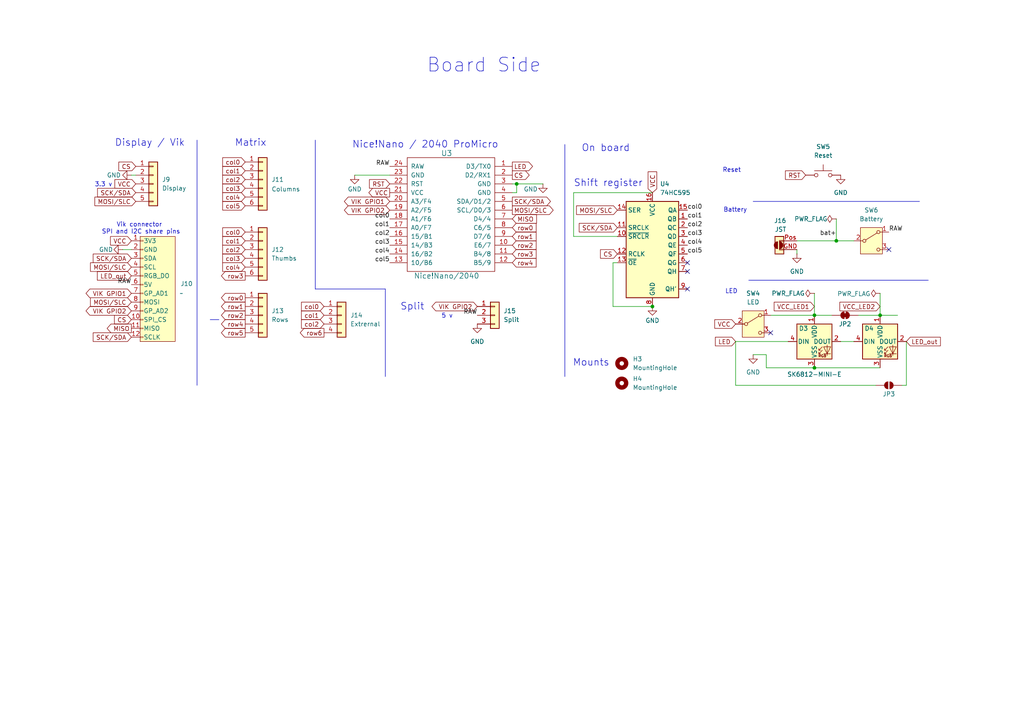
<source format=kicad_sch>
(kicad_sch (version 20231120) (generator "eeschema") (generator_version "8.0")
  (paper "A4")
  (lib_symbols
    (symbol "74xx:74HC595"
      (property "Reference" "U" (at -7.62 13.97 0))
      (property "Value" "74HC595" (at -7.62 -16.51 0))
      (symbol "74HC595_1_0"
        (pin tri_state line (at 10.16 7.62 180) (length 2.54) (name "QB") (number "1"))
        (pin input line (at -10.16 2.54 0) (length 2.54) (name "~{SRCLR}") (number "10"))
        (pin input line (at -10.16 5.08 0) (length 2.54) (name "SRCLK") (number "11"))
        (pin input line (at -10.16 -2.54 0) (length 2.54) (name "RCLK") (number "12"))
        (pin input line (at -10.16 -5.08 0) (length 2.54) (name "~{OE}") (number "13"))
        (pin input line (at -10.16 10.16 0) (length 2.54) (name "SER") (number "14"))
        (pin tri_state line (at 10.16 10.16 180) (length 2.54) (name "QA") (number "15"))
        (pin power_in line (at 0 15.24 270) (length 2.54) (name "VCC") (number "16"))
        (pin tri_state line (at 10.16 5.08 180) (length 2.54) (name "QC") (number "2"))
        (pin tri_state line (at 10.16 2.54 180) (length 2.54) (name "QD") (number "3"))
        (pin tri_state line (at 10.16 0 180) (length 2.54) (name "QE") (number "4"))
        (pin tri_state line (at 10.16 -2.54 180) (length 2.54) (name "QF") (number "5"))
        (pin tri_state line (at 10.16 -5.08 180) (length 2.54) (name "QG") (number "6"))
        (pin tri_state line (at 10.16 -7.62 180) (length 2.54) (name "QH") (number "7"))
        (pin power_in line (at 0 -17.78 90) (length 2.54) (name "GND") (number "8"))
        (pin output line (at 10.16 -12.7 180) (length 2.54) (name "QH'") (number "9"))
      )
      (symbol "74HC595_1_1"
        (rectangle (start -7.62 12.7) (end 7.62 -15.24) (stroke (width 0.254)) (fill (type background)))
      )
    )
    (symbol "Connector_Generic:Conn_01x03" (pin_names (offset 1.016) hide)
      (property "Reference" "J" (at 0 5.08 0))
      (property "Value" "Conn_01x03" (at 0 -5.08 0))
      (symbol "Conn_01x03_1_1"
        (rectangle (start -1.27 -2.413) (end 0 -2.667) (stroke (width 0.1524)))
        (rectangle (start -1.27 0.127) (end 0 -0.127) (stroke (width 0.1524)))
        (rectangle (start -1.27 2.667) (end 0 2.413) (stroke (width 0.1524)))
        (rectangle (start -1.27 3.81) (end 1.27 -3.81) (stroke (width 0.254)) (fill (type background)))
        (pin passive line (at -5.08 2.54 0) (length 3.81) (name "Pin_1") (number "1"))
        (pin passive line (at -5.08 0 0) (length 3.81) (name "Pin_2") (number "2"))
        (pin passive line (at -5.08 -2.54 0) (length 3.81) (name "Pin_3") (number "3"))
      )
    )
    (symbol "Connector_Generic:Conn_01x04" (pin_names (offset 1.016) hide)
      (property "Reference" "J" (at 0 5.08 0))
      (property "Value" "Conn_01x04" (at 0 -7.62 0))
      (symbol "Conn_01x04_1_1"
        (rectangle (start -1.27 -4.953) (end 0 -5.207) (stroke (width 0.1524)))
        (rectangle (start -1.27 -2.413) (end 0 -2.667) (stroke (width 0.1524)))
        (rectangle (start -1.27 0.127) (end 0 -0.127) (stroke (width 0.1524)))
        (rectangle (start -1.27 2.667) (end 0 2.413) (stroke (width 0.1524)))
        (rectangle (start -1.27 3.81) (end 1.27 -6.35) (stroke (width 0.254)) (fill (type background)))
        (pin passive line (at -5.08 2.54 0) (length 3.81) (name "Pin_1") (number "1"))
        (pin passive line (at -5.08 0 0) (length 3.81) (name "Pin_2") (number "2"))
        (pin passive line (at -5.08 -2.54 0) (length 3.81) (name "Pin_3") (number "3"))
        (pin passive line (at -5.08 -5.08 0) (length 3.81) (name "Pin_4") (number "4"))
      )
    )
    (symbol "Connector_Generic:Conn_01x05" (pin_names (offset 1.016) hide)
      (property "Reference" "J" (at 0 7.62 0))
      (property "Value" "Conn_01x05" (at 0 -7.62 0))
      (symbol "Conn_01x05_1_1"
        (rectangle (start -1.27 -4.953) (end 0 -5.207) (stroke (width 0.1524)))
        (rectangle (start -1.27 -2.413) (end 0 -2.667) (stroke (width 0.1524)))
        (rectangle (start -1.27 0.127) (end 0 -0.127) (stroke (width 0.1524)))
        (rectangle (start -1.27 2.667) (end 0 2.413) (stroke (width 0.1524)))
        (rectangle (start -1.27 5.207) (end 0 4.953) (stroke (width 0.1524)))
        (rectangle (start -1.27 6.35) (end 1.27 -6.35) (stroke (width 0.254)) (fill (type background)))
        (pin passive line (at -5.08 5.08 0) (length 3.81) (name "Pin_1") (number "1"))
        (pin passive line (at -5.08 2.54 0) (length 3.81) (name "Pin_2") (number "2"))
        (pin passive line (at -5.08 0 0) (length 3.81) (name "Pin_3") (number "3"))
        (pin passive line (at -5.08 -2.54 0) (length 3.81) (name "Pin_4") (number "4"))
        (pin passive line (at -5.08 -5.08 0) (length 3.81) (name "Pin_5") (number "5"))
      )
    )
    (symbol "Connector_Generic:Conn_01x06" (pin_names (offset 1.016) hide)
      (property "Reference" "J" (at 0 7.62 0))
      (property "Value" "Conn_01x06" (at 0 -10.16 0))
      (symbol "Conn_01x06_1_1"
        (rectangle (start -1.27 -7.493) (end 0 -7.747) (stroke (width 0.1524)))
        (rectangle (start -1.27 -4.953) (end 0 -5.207) (stroke (width 0.1524)))
        (rectangle (start -1.27 -2.413) (end 0 -2.667) (stroke (width 0.1524)))
        (rectangle (start -1.27 0.127) (end 0 -0.127) (stroke (width 0.1524)))
        (rectangle (start -1.27 2.667) (end 0 2.413) (stroke (width 0.1524)))
        (rectangle (start -1.27 5.207) (end 0 4.953) (stroke (width 0.1524)))
        (rectangle (start -1.27 6.35) (end 1.27 -8.89) (stroke (width 0.254)) (fill (type background)))
        (pin passive line (at -5.08 5.08 0) (length 3.81) (name "Pin_1") (number "1"))
        (pin passive line (at -5.08 2.54 0) (length 3.81) (name "Pin_2") (number "2"))
        (pin passive line (at -5.08 0 0) (length 3.81) (name "Pin_3") (number "3"))
        (pin passive line (at -5.08 -2.54 0) (length 3.81) (name "Pin_4") (number "4"))
        (pin passive line (at -5.08 -5.08 0) (length 3.81) (name "Pin_5") (number "5"))
        (pin passive line (at -5.08 -7.62 0) (length 3.81) (name "Pin_6") (number "6"))
      )
    )
    (symbol "Dactyl:Conn_01x02_Jump_Two_Side" (pin_names (offset 1.016) hide)
      (property "Reference" "J" (at 0 2.54 0))
      (property "Value" "Conn_01x02_Jump_Two_Side" (at 0 -5.08 0))
      (symbol "Conn_01x02_Jump_Two_Side_0_1"
        (arc (start 0 -0.254) (mid -1.0116 -1.27) (end 0 -2.286))
        (arc (start 0 -0.254) (mid -1.0116 -1.27) (end 0 -2.286) (fill (type outline)))
        (polyline (pts (xy 0 -0.254) (xy 0 -2.286)))
        (polyline (pts (xy 0.508 -0.254) (xy 0.508 -2.286)))
        (arc (start 0.508 -2.286) (mid 1.5195 -1.27) (end 0.508 -0.254))
        (arc (start 0.508 -2.286) (mid 1.5195 -1.27) (end 0.508 -0.254) (fill (type outline)))
      )
      (symbol "Conn_01x02_Jump_Two_Side_1_1"
        (rectangle (start -1.27 -2.413) (end 0 -2.667) (stroke (width 0.1524)))
        (rectangle (start -1.27 0.127) (end 0 -0.127) (stroke (width 0.1524)))
        (rectangle (start -1.27 1.27) (end 1.27 -3.81) (stroke (width 0.254)) (fill (type background)))
        (pin power_in line (at -5.08 -2.54 0) (length 3.81) (name "~") (number "GND"))
        (pin power_in line (at -5.08 0 0) (length 3.81) (name "~") (number "Pos"))
      )
    )
    (symbol "Dactyl:ProMicro_r" (pin_names (offset 1.016))
      (property "Reference" "U" (at 1.27 22.86 0))
      (property "Value" "ProMicro_r" (at 1.27 -15.24 0))
      (symbol "ProMicro_r_0_1"
        (rectangle (start 13.97 20.32) (end -11.43 -12.7))
      )
      (symbol "ProMicro_r_1_1"
        (pin bidirectional line (at 19.05 17.78 180) (length 5.08) (name "D3/TX0") (number "1"))
        (pin bidirectional line (at 19.05 -5.08 180) (length 5.08) (name "E6/7") (number "10"))
        (pin bidirectional line (at 19.05 -7.62 180) (length 5.08) (name "B4/8") (number "11"))
        (pin bidirectional line (at 19.05 -10.16 180) (length 5.08) (name "B5/9") (number "12"))
        (pin bidirectional line (at -16.51 -10.16 0) (length 5.08) (name "10/B6") (number "13"))
        (pin bidirectional line (at -16.51 -7.62 0) (length 5.08) (name "16/B2") (number "14"))
        (pin bidirectional line (at -16.51 -5.08 0) (length 5.08) (name "14/B3") (number "15"))
        (pin bidirectional line (at -16.51 -2.54 0) (length 5.08) (name "15/B1") (number "16"))
        (pin bidirectional line (at -16.51 0 0) (length 5.08) (name "A0/F7") (number "17"))
        (pin bidirectional line (at -16.51 2.54 0) (length 5.08) (name "A1/F6") (number "18"))
        (pin bidirectional line (at -16.51 5.08 0) (length 5.08) (name "A2/F5") (number "19"))
        (pin bidirectional line (at 19.05 15.24 180) (length 5.08) (name "D2/RX1") (number "2"))
        (pin bidirectional line (at -16.51 7.62 0) (length 5.08) (name "A3/F4") (number "20"))
        (pin power_in line (at -16.51 10.16 0) (length 5.08) (name "VCC") (number "21"))
        (pin input line (at -16.51 12.7 0) (length 5.08) (name "RST") (number "22"))
        (pin power_in line (at -16.51 15.24 0) (length 5.08) (name "GND") (number "23"))
        (pin power_out line (at -16.51 17.78 0) (length 5.08) (name "RAW") (number "24"))
        (pin power_in line (at 19.05 12.7 180) (length 5.08) (name "GND") (number "3"))
        (pin power_in line (at 19.05 10.16 180) (length 5.08) (name "GND") (number "4"))
        (pin bidirectional line (at 19.05 7.62 180) (length 5.08) (name "SDA/D1/2") (number "5"))
        (pin bidirectional line (at 19.05 5.08 180) (length 5.08) (name "SCL/D0/3") (number "6"))
        (pin bidirectional line (at 19.05 2.54 180) (length 5.08) (name "D4/4") (number "7"))
        (pin bidirectional line (at 19.05 0 180) (length 5.08) (name "C6/5") (number "8"))
        (pin bidirectional line (at 19.05 -2.54 180) (length 5.08) (name "D7/6") (number "9"))
      )
    )
    (symbol "Dactyl:SK6812-MINI-E" (pin_names (offset 0.254))
      (property "Reference" "D" (at 5.08 5.715 0))
      (property "Value" "SK6812-MINI-E" (at 1.27 -5.715 0))
      (symbol "SK6812-MINI-E_0_0"
        (text "RGB" (at 2.286 -4.191 0) (effects (font (size 0.762 0.762))))
      )
      (symbol "SK6812-MINI-E_0_1"
        (polyline (pts (xy 1.27 -3.556) (xy 1.778 -3.556)))
        (polyline (pts (xy 1.27 -2.54) (xy 1.778 -2.54)))
        (polyline (pts (xy 4.699 -3.556) (xy 2.667 -3.556)))
        (polyline (pts (xy 2.286 -2.54) (xy 1.27 -3.556) (xy 1.27 -3.048)))
        (polyline (pts (xy 2.286 -1.524) (xy 1.27 -2.54) (xy 1.27 -2.032)))
        (polyline (pts (xy 3.683 -1.016) (xy 3.683 -3.556) (xy 3.683 -4.064)))
        (polyline (pts (xy 4.699 -1.524) (xy 2.667 -1.524) (xy 3.683 -3.556) (xy 4.699 -1.524)))
        (rectangle (start 5.08 5.08) (end -5.08 -5.08) (stroke (width 0.254)) (fill (type background)))
      )
      (symbol "SK6812-MINI-E_1_1"
        (pin power_in line (at 0 7.62 270) (length 2.54) (name "VDD") (number "1"))
        (pin output line (at 7.62 0 180) (length 2.54) (name "DOUT") (number "2"))
        (pin power_in line (at 0 -7.62 90) (length 2.54) (name "VSS") (number "3"))
        (pin input line (at -7.62 0 0) (length 2.54) (name "DIN") (number "4"))
      )
    )
    (symbol "Dactyl:vik-keyboard-connector" (pin_names (offset 1))
      (property "Reference" "J" (at 0 15.875 0))
      (symbol "vik-keyboard-connector_1_1"
        (rectangle (start -5.08 13.97) (end 5.08 -16.51) (fill (type background)))
        (rectangle (start -5.0546 -15.113) (end -4.191 -15.367) (stroke (width 0.1)))
        (rectangle (start -5.0546 -12.573) (end -4.191 -12.827) (stroke (width 0.1)))
        (rectangle (start -5.0546 -10.033) (end -4.191 -10.287) (stroke (width 0.1)))
        (rectangle (start -5.0546 -7.493) (end -4.191 -7.747) (stroke (width 0.1)))
        (rectangle (start -5.0546 -4.953) (end -4.191 -5.207) (stroke (width 0.1)))
        (rectangle (start -5.0546 -2.413) (end -4.191 -2.667) (stroke (width 0.1)))
        (rectangle (start -5.0546 0.127) (end -4.191 -0.127) (stroke (width 0.1)))
        (rectangle (start -5.0546 2.667) (end -4.191 2.413) (stroke (width 0.1)))
        (rectangle (start -5.0546 5.207) (end -4.191 4.953) (stroke (width 0.1)))
        (rectangle (start -5.0546 7.747) (end -4.191 7.493) (stroke (width 0.1)))
        (rectangle (start -5.0546 10.287) (end -4.191 10.033) (stroke (width 0.1)))
        (rectangle (start -5.0546 12.827) (end -4.191 12.573) (stroke (width 0.1)))
        (pin power_in line (at -7.62 12.7 0) (length 2.54) (name "3V3") (number "1"))
        (pin input line (at -7.62 -10.16 0) (length 2.54) (name "SPI_CS") (number "10"))
        (pin tri_state line (at -7.62 -12.7 0) (length 2.54) (name "MISO") (number "11"))
        (pin input line (at -7.62 -15.24 0) (length 2.54) (name "SCLK") (number "12"))
        (pin power_in line (at -7.62 10.16 0) (length 2.54) (name "GND") (number "2"))
        (pin bidirectional line (at -7.62 7.62 0) (length 2.54) (name "SDA") (number "3"))
        (pin bidirectional line (at -7.62 5.08 0) (length 2.54) (name "SCL") (number "4"))
        (pin input line (at -7.62 2.54 0) (length 2.54) (name "RGB_DO") (number "5"))
        (pin power_in line (at -7.62 0 0) (length 2.54) (name "5V") (number "6"))
        (pin bidirectional line (at -7.62 -2.54 0) (length 2.54) (name "GP_AD1") (number "7"))
        (pin input line (at -7.62 -5.08 0) (length 2.54) (name "MOSI") (number "8"))
        (pin bidirectional line (at -7.62 -7.62 0) (length 2.54) (name "GP_AD2") (number "9"))
      )
    )
    (symbol "Jumper:SolderJumper_2_Open" (pin_numbers hide) (pin_names (offset 0) hide) (exclude_from_sim yes) (in_bom no)
      (property "Reference" "JP" (at 0 2.032 0))
      (property "Value" "SolderJumper_2_Open" (at 0 -2.54 0))
      (symbol "SolderJumper_2_Open_0_1"
        (arc (start -0.254 1.016) (mid -1.2656 0) (end -0.254 -1.016))
        (arc (start -0.254 1.016) (mid -1.2656 0) (end -0.254 -1.016) (fill (type outline)))
        (polyline (pts (xy -0.254 1.016) (xy -0.254 -1.016)))
        (polyline (pts (xy 0.254 1.016) (xy 0.254 -1.016)))
        (arc (start 0.254 -1.016) (mid 1.2656 0) (end 0.254 1.016))
        (arc (start 0.254 -1.016) (mid 1.2656 0) (end 0.254 1.016) (fill (type outline)))
      )
      (symbol "SolderJumper_2_Open_1_1"
        (pin passive line (at -3.81 0 0) (length 2.54) (name "A") (number "1"))
        (pin passive line (at 3.81 0 180) (length 2.54) (name "B") (number "2"))
      )
    )
    (symbol "Mechanical:MountingHole" (pin_names (offset 1.016))
      (property "Reference" "H" (at 0 5.08 0))
      (property "Value" "MountingHole" (at 0 3.175 0))
      (symbol "MountingHole_0_1"
        (circle (center 0 0) (radius 1.27) (stroke (width 1.27)))
      )
    )
    (symbol "SolderJumper_2_Bridged_1" (pin_numbers hide) (pin_names (offset 0) hide)
      (property "Reference" "JP" (at 0 2.032 0))
      (property "Value" "SolderJumper_2_Bridged" (at 0 -2.54 0))
      (symbol "SolderJumper_2_Bridged_1_0_1"
        (rectangle (start -0.508 0.508) (end 0.508 -0.508) (fill (type outline)))
        (arc (start -0.254 1.016) (mid -1.2656 0) (end -0.254 -1.016))
        (arc (start -0.254 1.016) (mid -1.2656 0) (end -0.254 -1.016) (fill (type outline)))
        (polyline (pts (xy -0.254 1.016) (xy -0.254 -1.016)))
        (polyline (pts (xy 0.254 1.016) (xy 0.254 -1.016)))
        (arc (start 0.254 -1.016) (mid 1.2656 0) (end 0.254 1.016))
        (arc (start 0.254 -1.016) (mid 1.2656 0) (end 0.254 1.016) (fill (type outline)))
      )
      (symbol "SolderJumper_2_Bridged_1_1_1"
        (pin passive line (at -3.81 0 0) (length 2.54) (name "A") (number "1"))
        (pin passive line (at 3.81 0 180) (length 2.54) (name "B") (number "2"))
      )
    )
    (symbol "Switch:SW_Push" (pin_numbers hide) (pin_names (offset 1.016) hide)
      (property "Reference" "SW" (at 1.27 2.54 0))
      (property "Value" "SW_Push" (at 0 -1.524 0))
      (symbol "SW_Push_0_1"
        (circle (center -2.032 0) (radius 0.508))
        (polyline (pts (xy 0 1.27) (xy 0 3.048)))
        (polyline (pts (xy 2.54 1.27) (xy -2.54 1.27)))
        (circle (center 2.032 0) (radius 0.508))
        (pin passive line (at -5.08 0 0) (length 2.54) (name "1") (number "1"))
        (pin passive line (at 5.08 0 180) (length 2.54) (name "2") (number "2"))
      )
    )
    (symbol "Switch:SW_SPDT" (pin_names (offset 0) hide)
      (property "Reference" "SW" (at 0 5.08 0))
      (property "Value" "SW_SPDT" (at 0 -5.08 0))
      (symbol "SW_SPDT_0_1"
        (circle (center -2.032 0) (radius 0.4572))
        (polyline (pts (xy -1.651 0.254) (xy 1.651 2.286)))
        (circle (center 2.032 -2.54) (radius 0.4572))
        (circle (center 2.032 2.54) (radius 0.4572))
      )
      (symbol "SW_SPDT_1_1"
        (rectangle (start -3.175 3.81) (end 3.175 -3.81) (fill (type background)))
        (pin passive line (at 5.08 2.54 180) (length 2.54) (name "A") (number "1"))
        (pin passive line (at -5.08 0 0) (length 2.54) (name "B") (number "2"))
        (pin passive line (at 5.08 -2.54 180) (length 2.54) (name "C") (number "3"))
      )
    )
    (symbol "power:GND" (power) (pin_numbers hide) (pin_names (offset 0) hide)
      (property "Value" "GND" (at 0 -3.81 0))
      (symbol "GND_0_1"
        (polyline (pts (xy 0 0) (xy 0 -1.27) (xy 1.27 -1.27) (xy 0 -2.54) (xy -1.27 -1.27) (xy 0 -1.27)))
      )
      (symbol "GND_1_1"
        (pin power_in line (at 0 0 270) (length 0) (name "~") (number "1"))
      )
    )
    (symbol "power:PWR_FLAG" (power) (pin_numbers hide) (pin_names (offset 0) hide)
      (property "Value" "PWR_FLAG" (at 0 3.81 0))
      (symbol "PWR_FLAG_0_0"
        (pin power_out line (at 0 0 90) (length 0) (name "~") (number "1"))
      )
      (symbol "PWR_FLAG_0_1"
        (polyline (pts (xy 0 0) (xy 0 1.27) (xy -1.016 1.905) (xy 0 2.54) (xy 1.016 1.905) (xy 0 1.27)))
      )
    )
  )
  (junction (at 189.23 88.9))
  (junction (at 236.22 106.68))
  (junction (at 255.27 91.44))
  (junction (at 149.86 53.34))
  (junction (at 236.22 91.44))
  (junction (at 242.57 69.85))
  (no_connect (at 257.81 72.39))
  (no_connect (at 199.39 83.82))
  (no_connect (at 199.39 76.2))
  (no_connect (at 199.39 78.74))
  (no_connect (at 223.52 96.52))
  (wire (pts (xy 236.22 106.68) (xy 255.27 106.68)))
  (polyline (pts (xy 63.5 92.71) (xy 60.96 92.71)))
  (wire (pts (xy 189.23 55.88) (xy 166.37 55.88)))
  (wire (pts (xy 213.36 111.76) (xy 213.36 99.06)))
  (wire (pts (xy 38.1 50.8) (xy 39.37 50.8)))
  (wire (pts (xy 255.27 91.44) (xy 260.35 91.44)))
  (wire (pts (xy 231.14 69.85) (xy 242.57 69.85)))
  (wire (pts (xy 236.22 91.44) (xy 241.3 91.44)))
  (polyline (pts (xy 91.44 83.82) (xy 111.76 83.82)))
  (wire (pts (xy 262.89 111.76) (xy 261.62 111.76)))
  (wire (pts (xy 222.25 106.68) (xy 236.22 106.68)))
  (wire (pts (xy 222.25 102.87) (xy 222.25 106.68)))
  (wire (pts (xy 254 111.76) (xy 213.36 111.76)))
  (wire (pts (xy 149.86 53.34) (xy 149.86 55.88)))
  (wire (pts (xy 242.57 63.5) (xy 242.57 69.85)))
  (wire (pts (xy 242.57 69.85) (xy 247.65 69.85)))
  (polyline (pts (xy 218.44 58.42) (xy 266.7 58.42)))
  (wire (pts (xy 102.87 50.8) (xy 113.03 50.8)))
  (wire (pts (xy 218.44 102.87) (xy 222.25 102.87)))
  (wire (pts (xy 236.22 85.09) (xy 236.22 91.44)))
  (wire (pts (xy 255.27 85.09) (xy 255.27 91.44)))
  (polyline (pts (xy 57.15 40.64) (xy 57.15 111.76)))
  (wire (pts (xy 223.52 91.44) (xy 236.22 91.44)))
  (wire (pts (xy 248.92 91.44) (xy 255.27 91.44)))
  (wire (pts (xy 213.36 99.06) (xy 228.6 99.06)))
  (wire (pts (xy 148.59 53.34) (xy 149.86 53.34)))
  (wire (pts (xy 231.14 72.39) (xy 231.14 73.66)))
  (wire (pts (xy 177.8 76.2) (xy 177.8 88.9)))
  (polyline (pts (xy 217.17 81.28) (xy 269.24 81.28)))
  (wire (pts (xy 166.37 68.58) (xy 179.07 68.58)))
  (wire (pts (xy 262.89 99.06) (xy 262.89 111.76)))
  (wire (pts (xy 166.37 55.88) (xy 166.37 68.58)))
  (wire (pts (xy 177.8 76.2) (xy 179.07 76.2)))
  (polyline (pts (xy 91.44 40.64) (xy 91.44 83.82)))
  (wire (pts (xy 149.86 53.34) (xy 157.48 53.34)))
  (wire (pts (xy 35.56 72.39) (xy 38.1 72.39)))
  (polyline (pts (xy 111.76 83.82) (xy 111.76 109.22)))
  (wire (pts (xy 148.59 55.88) (xy 149.86 55.88)))
  (wire (pts (xy 177.8 88.9) (xy 189.23 88.9)))
  (polyline (pts (xy 163.83 41.91) (xy 163.83 109.22)))
  (wire (pts (xy 243.84 99.06) (xy 247.65 99.06)))
  (text "3.3 v \n" (at 27.432 54.356 0) (effects (font (size 1.27 1.27)) (justify left bottom)))
  (text "Vik connector \nSPI and I2C share pins" (at 40.894 66.294 0) (effects (font (size 1.27 1.27))))
  (text "On board" (at 168.656 44.196 0) (effects (font (size 2 2)) (justify left bottom)))
  (text "Board Side" (at 123.698 21.336 0) (effects (font (size 4 4)) (justify left bottom)))
  (text "Reset" (at 209.55 50.165 0) (effects (font (size 1.27 1.27)) (justify left bottom)))
  (text "Split" (at 116.078 90.17 0) (effects (font (size 2 2)) (justify left bottom)))
  (text "Shift register" (at 166.37 54.356 0) (effects (font (size 2 2)) (justify left bottom)))
  (text "Display / Vik" (at 33.274 42.672 0) (effects (font (size 2 2)) (justify left bottom)))
  (text "Battery" (at 209.804 61.722 0) (effects (font (size 1.27 1.27)) (justify left bottom)))
  (text "Matrix" (at 68.072 42.672 0) (effects (font (size 2 2)) (justify left bottom)))
  (text "Mounts" (at 166.116 106.426 0) (effects (font (size 2 2)) (justify left bottom)))
  (text "Nice!Nano / 2040 ProMicro" (at 102.108 43.18 0) (effects (font (size 2 2)) (justify left bottom)))
  (text "LED" (at 210.312 85.344 0) (effects (font (size 1.27 1.27)) (justify left bottom)))
  (text "5 v \n" (at 128.016 92.456 0) (effects (font (size 1.27 1.27)) (justify left bottom)))
  (label "col3" (at 113.03 71.12 180))
  (label "col1" (at 199.39 63.5 0))
  (label "RAW" (at 113.03 48.26 180))
  (label "col0" (at 113.03 63.5 180))
  (label "col5" (at 199.39 73.66 0))
  (label "col2" (at 199.39 66.04 0))
  (label "bat+" (at 242.57 68.58 180))
  (label "col2" (at 113.03 68.58 180))
  (label "RAW" (at 38.1 82.55 180))
  (label "col1" (at 113.03 66.04 180))
  (label "col4" (at 199.39 71.12 0))
  (label "RAW" (at 138.43 91.44 180))
  (label "RAW" (at 257.81 67.31 0))
  (label "col4" (at 113.03 73.66 180))
  (label "col3" (at 199.39 68.58 0))
  (label "col0" (at 199.39 60.96 0))
  (label "col5" (at 113.03 76.2 180))
  (global_label "row2" (shape input) (at 148.59 71.12 0) (property "Intersheetrefs" "${INTERSHEET_REFS}" (effects (hide yes))))
  (global_label "VCC" (shape input) (at 213.36 93.98 180) (property "Intersheetrefs" "${INTERSHEET_REFS}" (effects (hide yes))))
  (global_label "row4" (shape input) (at 148.59 76.2 0) (property "Intersheetrefs" "${INTERSHEET_REFS}" (effects (hide yes))))
  (global_label "VIK GPIO2" (shape bidirectional) (at 113.03 60.96 180) (property "Intersheetrefs" "${INTERSHEET_REFS}" (effects (hide yes))))
  (global_label "row0" (shape output) (at 71.12 86.36 180) (property "Intersheetrefs" "${INTERSHEET_REFS}" (effects (hide yes))))
  (global_label "col3" (shape input) (at 71.12 54.61 180) (property "Intersheetrefs" "${INTERSHEET_REFS}" (effects (hide yes))))
  (global_label "col1" (shape input) (at 71.12 49.53 180) (property "Intersheetrefs" "${INTERSHEET_REFS}" (effects (hide yes))))
  (global_label "VCC_LED2" (shape input) (at 255.27 88.9 180) (property "Intersheetrefs" "${INTERSHEET_REFS}" (effects (hide yes))))
  (global_label "MISO" (shape output) (at 38.1 95.25 180) (property "Intersheetrefs" "${INTERSHEET_REFS}" (effects (hide yes))))
  (global_label "SCK{slash}SDA" (shape input) (at 38.1 74.93 180) (property "Intersheetrefs" "${INTERSHEET_REFS}" (effects (hide yes))))
  (global_label "SCK{slash}SDA" (shape input) (at 39.37 55.88 180) (property "Intersheetrefs" "${INTERSHEET_REFS}" (effects (hide yes))))
  (global_label "row5" (shape output) (at 71.12 96.52 180) (property "Intersheetrefs" "${INTERSHEET_REFS}" (effects (hide yes))))
  (global_label "CS" (shape input) (at 179.07 73.66 180) (property "Intersheetrefs" "${INTERSHEET_REFS}" (effects (hide yes))))
  (global_label "row2" (shape output) (at 71.12 91.44 180) (property "Intersheetrefs" "${INTERSHEET_REFS}" (effects (hide yes))))
  (global_label "SCK{slash}SDA" (shape input) (at 179.07 66.04 180) (property "Intersheetrefs" "${INTERSHEET_REFS}" (effects (hide yes))))
  (global_label "col0" (shape input) (at 71.12 46.99 180) (property "Intersheetrefs" "${INTERSHEET_REFS}" (effects (hide yes))))
  (global_label "LED" (shape output) (at 148.59 48.26 0) (property "Intersheetrefs" "${INTERSHEET_REFS}" (effects (hide yes))))
  (global_label "col2" (shape input) (at 93.98 93.98 180) (property "Intersheetrefs" "${INTERSHEET_REFS}" (effects (hide yes))))
  (global_label "col3" (shape input) (at 71.12 74.93 180) (property "Intersheetrefs" "${INTERSHEET_REFS}" (effects (hide yes))))
  (global_label "MISO" (shape input) (at 148.59 63.5 0) (property "Intersheetrefs" "${INTERSHEET_REFS}" (effects (hide yes))))
  (global_label "CS" (shape output) (at 148.59 50.8 0) (property "Intersheetrefs" "${INTERSHEET_REFS}" (effects (hide yes))))
  (global_label "VCC" (shape input) (at 38.1 69.85 180) (property "Intersheetrefs" "${INTERSHEET_REFS}" (effects (hide yes))))
  (global_label "LED_out" (shape input) (at 38.1 80.01 180) (property "Intersheetrefs" "${INTERSHEET_REFS}" (effects (hide yes))))
  (global_label "col4" (shape input) (at 71.12 77.47 180) (property "Intersheetrefs" "${INTERSHEET_REFS}" (effects (hide yes))))
  (global_label "VIK GPIO2" (shape bidirectional) (at 38.1 90.17 180) (property "Intersheetrefs" "${INTERSHEET_REFS}" (effects (hide yes))))
  (global_label "row4" (shape output) (at 71.12 93.98 180) (property "Intersheetrefs" "${INTERSHEET_REFS}" (effects (hide yes))))
  (global_label "row3" (shape input) (at 148.59 73.66 0) (property "Intersheetrefs" "${INTERSHEET_REFS}" (effects (hide yes))))
  (global_label "VIK GPIO1" (shape bidirectional) (at 38.1 85.09 180) (property "Intersheetrefs" "${INTERSHEET_REFS}" (effects (hide yes))))
  (global_label "col0" (shape input) (at 93.98 88.9 180) (property "Intersheetrefs" "${INTERSHEET_REFS}" (effects (hide yes))))
  (global_label "col0" (shape input) (at 71.12 67.31 180) (property "Intersheetrefs" "${INTERSHEET_REFS}" (effects (hide yes))))
  (global_label "LED_out" (shape input) (at 262.89 99.06 0) (property "Intersheetrefs" "${INTERSHEET_REFS}" (effects (hide yes))))
  (global_label "VCC" (shape input) (at 189.23 55.88 90) (property "Intersheetrefs" "${INTERSHEET_REFS}" (effects (hide yes))))
  (global_label "VCC" (shape output) (at 113.03 55.88 180) (property "Intersheetrefs" "${INTERSHEET_REFS}" (effects (hide yes))))
  (global_label "RST" (shape input) (at 233.68 50.8 180) (property "Intersheetrefs" "${INTERSHEET_REFS}" (effects (hide yes))))
  (global_label "CS" (shape input) (at 39.37 48.26 180) (property "Intersheetrefs" "${INTERSHEET_REFS}" (effects (hide yes))))
  (global_label "col1" (shape input) (at 71.12 69.85 180) (property "Intersheetrefs" "${INTERSHEET_REFS}" (effects (hide yes))))
  (global_label "MOSI{slash}SLC" (shape output) (at 148.59 60.96 0) (property "Intersheetrefs" "${INTERSHEET_REFS}" (effects (hide yes))))
  (global_label "MOSI{slash}SLC" (shape input) (at 179.07 60.96 180) (property "Intersheetrefs" "${INTERSHEET_REFS}" (effects (hide yes))))
  (global_label "SCK{slash}SDA" (shape input) (at 38.1 97.79 180) (property "Intersheetrefs" "${INTERSHEET_REFS}" (effects (hide yes))))
  (global_label "col4" (shape input) (at 71.12 57.15 180) (property "Intersheetrefs" "${INTERSHEET_REFS}" (effects (hide yes))))
  (global_label "RST" (shape input) (at 113.03 53.34 180) (property "Intersheetrefs" "${INTERSHEET_REFS}" (effects (hide yes))))
  (global_label "LED" (shape input) (at 213.36 99.06 180) (property "Intersheetrefs" "${INTERSHEET_REFS}" (effects (hide yes))))
  (global_label "SCK{slash}SDA" (shape output) (at 148.59 58.42 0) (property "Intersheetrefs" "${INTERSHEET_REFS}" (effects (hide yes))))
  (global_label "MOSI{slash}SLC" (shape input) (at 39.37 58.42 180) (property "Intersheetrefs" "${INTERSHEET_REFS}" (effects (hide yes))))
  (global_label "CS" (shape input) (at 38.1 92.71 180) (property "Intersheetrefs" "${INTERSHEET_REFS}" (effects (hide yes))))
  (global_label "MOSI{slash}SLC" (shape input) (at 38.1 77.47 180) (property "Intersheetrefs" "${INTERSHEET_REFS}" (effects (hide yes))))
  (global_label "col2" (shape input) (at 71.12 72.39 180) (property "Intersheetrefs" "${INTERSHEET_REFS}" (effects (hide yes))))
  (global_label "col5" (shape input) (at 71.12 59.69 180) (property "Intersheetrefs" "${INTERSHEET_REFS}" (effects (hide yes))))
  (global_label "VIK GPIO1" (shape bidirectional) (at 113.03 58.42 180) (property "Intersheetrefs" "${INTERSHEET_REFS}" (effects (hide yes))))
  (global_label "row0" (shape input) (at 148.59 66.04 0) (property "Intersheetrefs" "${INTERSHEET_REFS}" (effects (hide yes))))
  (global_label "row6" (shape output) (at 93.98 96.52 180) (property "Intersheetrefs" "${INTERSHEET_REFS}" (effects (hide yes))))
  (global_label "VIK GPIO2" (shape bidirectional) (at 138.43 88.9 180) (property "Intersheetrefs" "${INTERSHEET_REFS}" (effects (hide yes))))
  (global_label "MOSI{slash}SLC" (shape input) (at 38.1 87.63 180) (property "Intersheetrefs" "${INTERSHEET_REFS}" (effects (hide yes))))
  (global_label "col2" (shape input) (at 71.12 52.07 180) (property "Intersheetrefs" "${INTERSHEET_REFS}" (effects (hide yes))))
  (global_label "row3" (shape output) (at 71.12 80.01 180) (property "Intersheetrefs" "${INTERSHEET_REFS}" (effects (hide yes))))
  (global_label "col1" (shape input) (at 93.98 91.44 180) (property "Intersheetrefs" "${INTERSHEET_REFS}" (effects (hide yes))))
  (global_label "VCC" (shape input) (at 39.37 53.34 180) (property "Intersheetrefs" "${INTERSHEET_REFS}" (effects (hide yes))))
  (global_label "row1" (shape output) (at 71.12 88.9 180) (property "Intersheetrefs" "${INTERSHEET_REFS}" (effects (hide yes))))
  (global_label "VCC_LED1" (shape input) (at 236.22 88.9 180) (property "Intersheetrefs" "${INTERSHEET_REFS}" (effects (hide yes))))
  (global_label "row1" (shape input) (at 148.59 68.58 0) (property "Intersheetrefs" "${INTERSHEET_REFS}" (effects (hide yes))))
  (symbol (lib_id "Dactyl:ProMicro_r") (at 129.54 66.04 0) (unit 1)
    (property "Reference" "U3" (at 129.54 44.45 0) (effects (font (size 1.524 1.524))))
    (property "Value" "Nice!Nano/2040" (at 129.54 80.01 0) (effects (font (size 1.524 1.524))))
    (property "Footprint" "Dactyl:ProMicro_unrouted" (effects (hide yes)))
  )
  (symbol (lib_id "Dactyl:SK6812-MINI-E") (at 255.27 99.06 0) (unit 1)
    (property "Reference" "D4" (at 252.095 95.25 0))
    (property "Value" "SK6812-MINI-E" (effects (hide yes)))
    (property "Footprint" "Dactyl:SK6812-MINI-E-Dog2" (effects (hide yes)))
    (property "Datasheet" "https://cdn-shop.adafruit.com/datasheets/WS2812B.pdf" (effects (hide yes)))
    (property "Description" "RGB LED with integrated controller" (effects (hide yes)))
  )
  (symbol (lib_id "power:GND") (at 189.23 88.9 0) (unit 1)
    (property "Reference" "#PWR016" (effects (hide yes)))
    (property "Value" "GND" (at 189.23 92.964 0))
    (property "Description" "Power symbol creates a global label with name \"GND\" , ground" (effects (hide yes)))
  )
  (symbol (lib_id "Switch:SW_SPDT") (at 252.73 69.85 0) (unit 1)
    (property "Reference" "SW6" (at 252.73 60.96 0))
    (property "Value" "Battery" (at 252.73 63.5 0))
    (property "Footprint" "Dactyl:SW_SPDT_JS202011AQN_wider" (effects (hide yes)))
  )
  (symbol (lib_id "power:GND") (at 38.1 50.8 270) (unit 1)
    (property "Reference" "#PWR012" (effects (hide yes)))
    (property "Value" "GND" (at 33.02 50.8 90))
    (property "Description" "Power symbol creates a global label with name \"GND\" , ground" (effects (hide yes)))
  )
  (symbol (lib_id "74xx:74HC595") (at 189.23 71.12 0) (unit 1)
    (property "Reference" "U4" (at 191.4241 53.34 0) (effects (justify left)))
    (property "Value" "74HC595" (at 191.4241 55.88 0) (effects (justify left)))
    (property "Datasheet" "http://www.ti.com/lit/ds/symlink/sn74hc595.pdf" (effects (hide yes)))
    (property "Description" "8-bit serial in/out Shift Register 3-State Outputs" (effects (hide yes)))
  )
  (symbol (lib_id "power:PWR_FLAG") (at 255.27 85.09 90) (unit 1)
    (property "Reference" "#FLG08" (effects (hide yes)))
    (property "Value" "PWR_FLAG" (at 247.65 85.217 90))
    (property "Description" "Special symbol for telling ERC where power comes from" (effects (hide yes)))
  )
  (symbol (lib_id "Connector_Generic:Conn_01x06") (at 76.2 52.07 0) (unit 1)
    (property "Reference" "J11" (at 78.74 52.07 0) (effects (justify left)))
    (property "Value" "Columns" (at 78.74 54.864 0) (effects (justify left)))
    (property "Footprint" "Connector_PinHeader_2.54mm:PinHeader_1x06_P2.54mm_Vertical" (effects (hide yes)))
  )
  (symbol (lib_name "SolderJumper_2_Bridged_1") (lib_id "Jumper:SolderJumper_2_Bridged") (at 245.11 91.44 0) (unit 1)
    (property "Reference" "JP2" (at 245.11 93.98 0))
    (property "Value" "LED2 cutoff" (effects (hide yes)))
    (property "Footprint" "Jumper:SolderJumper-2_P1.3mm_Bridged_RoundedPad1.0x1.5mm" (effects (hide yes)))
  )
  (symbol (lib_id "Connector_Generic:Conn_01x03") (at 143.51 91.44 0) (unit 1)
    (property "Reference" "J15" (at 146.05 90.1699 0) (effects (justify left)))
    (property "Value" "Split" (at 146.05 92.7099 0) (effects (justify left)))
    (property "Footprint" "Connector_PinHeader_2.54mm:PinHeader_1x03_P2.54mm_Vertical" (effects (hide yes)))
  )
  (symbol (lib_id "Mechanical:MountingHole") (at 180.34 111.125 0) (unit 1)
    (property "Reference" "H4" (at 183.515 109.855 0) (effects (justify left)))
    (property "Value" "MountingHole" (at 183.515 112.395 0) (effects (justify left)))
    (property "Footprint" "MountingHole:MountingHole_3.2mm_M3_DIN965_Pad" (effects (hide yes)))
  )
  (symbol (lib_id "power:GND") (at 157.48 53.34 0) (unit 1)
    (property "Reference" "#PWR015" (effects (hide yes)))
    (property "Value" "GND" (at 153.924 54.864 0))
    (property "Description" "Power symbol creates a global label with name \"GND\" , ground" (effects (hide yes)))
  )
  (symbol (lib_id "Dactyl:SK6812-MINI-E") (at 236.22 99.06 0) (unit 1)
    (property "Reference" "D3" (at 233.045 95.25 0))
    (property "Value" "SK6812-MINI-E" (at 236.22 108.585 0))
    (property "Footprint" "Dactyl:SK6812-MINI-E-Dog2" (effects (hide yes)))
    (property "Datasheet" "https://cdn-shop.adafruit.com/datasheets/WS2812B.pdf" (effects (hide yes)))
    (property "Description" "RGB LED with integrated controller" (effects (hide yes)))
  )
  (symbol (lib_id "power:GND") (at 102.87 50.8 0) (unit 1)
    (property "Reference" "#PWR013" (effects (hide yes)))
    (property "Value" "GND" (at 102.87 54.864 0))
    (property "Description" "Power symbol creates a global label with name \"GND\" , ground" (effects (hide yes)))
  )
  (symbol (lib_id "power:PWR_FLAG") (at 242.57 63.5 90) (unit 1)
    (property "Reference" "#FLG06" (effects (hide yes)))
    (property "Value" "PWR_FLAG" (at 235.204 63.5 90))
    (property "Description" "Special symbol for telling ERC where power comes from" (effects (hide yes)))
  )
  (symbol (lib_id "Connector_Generic:Conn_01x05") (at 76.2 91.44 0) (unit 1)
    (property "Reference" "J13" (at 78.74 90.1699 0) (effects (justify left)))
    (property "Value" "Rows" (at 78.74 92.7099 0) (effects (justify left)))
    (property "Footprint" "Connector_PinHeader_2.54mm:PinHeader_1x05_P2.54mm_Vertical" (effects (hide yes)))
    (property "Description" "Generic connector, single row, 01x05, script generated (kicad-library-utils/schlib/autogen/connector/)" (effects (hide yes)))
  )
  (symbol (lib_id "Mechanical:MountingHole") (at 180.34 105.41 0) (unit 1)
    (property "Reference" "H3" (at 183.515 104.14 0) (effects (justify left)))
    (property "Value" "MountingHole" (at 183.515 106.68 0) (effects (justify left)))
    (property "Footprint" "MountingHole:MountingHole_3.2mm_M3_DIN965_Pad" (effects (hide yes)))
  )
  (symbol (lib_id "Connector_Generic:Conn_01x06") (at 76.2 72.39 0) (unit 1)
    (property "Reference" "J12" (at 78.74 72.39 0) (effects (justify left)))
    (property "Value" "Thumbs" (at 78.74 74.93 0) (effects (justify left)))
    (property "Footprint" "Connector_PinHeader_2.54mm:PinHeader_1x06_P2.54mm_Vertical" (effects (hide yes)))
  )
  (symbol (lib_id "power:PWR_FLAG") (at 236.22 85.09 90) (unit 1)
    (property "Reference" "#FLG05" (effects (hide yes)))
    (property "Value" "PWR_FLAG" (at 228.6 85.09 90))
    (property "Description" "Special symbol for telling ERC where power comes from" (effects (hide yes)))
  )
  (symbol (lib_id "Jumper:SolderJumper_2_Open") (at 257.81 111.76 0) (unit 1) (exclude_from_sim yes) (in_bom no)
    (property "Reference" "JP3" (at 257.81 114.3 0))
    (property "Value" "LED2 cutoff" (effects (hide yes)))
    (property "Footprint" "Jumper:SolderJumper-2_P1.3mm_Bridged_RoundedPad1.0x1.5mm" (effects (hide yes)))
    (property "Description" "Solder Jumper, 2-pole, open" (effects (hide yes)))
  )
  (symbol (lib_id "Dactyl:vik-keyboard-connector") (at 45.72 82.55 0) (unit 1)
    (property "Reference" "J10" (at 52.324 82.296 0) (effects (justify left)))
    (property "Value" "~" (at 52.07 85.09 0) (effects (justify left)))
  )
  (symbol (lib_id "Switch:SW_SPDT") (at 218.44 93.98 0) (unit 1)
    (property "Reference" "SW4" (at 218.44 85.09 0))
    (property "Value" "LED" (at 218.44 87.63 0))
    (property "Footprint" "Dactyl:SW_SPDT_JS202011AQN_wider" (effects (hide yes)))
  )
  (symbol (lib_id "Switch:SW_Push") (at 238.76 50.8 0) (unit 1)
    (property "Reference" "SW5" (at 238.76 42.545 0))
    (property "Value" "Reset" (at 238.76 45.085 0))
    (property "Footprint" "Dactyl:SW_Tactile_SKHL_Angled" (effects (hide yes)))
  )
  (symbol (lib_id "power:GND") (at 243.84 50.8 0) (unit 1)
    (property "Reference" "#PWR019" (effects (hide yes)))
    (property "Value" "GND" (at 243.84 55.88 0))
    (property "Description" "Power symbol creates a global label with name \"GND\" , ground" (effects (hide yes)))
  )
  (symbol (lib_id "power:GND") (at 231.14 73.66 0) (unit 1)
    (property "Reference" "#PWR018" (effects (hide yes)))
    (property "Value" "GND" (at 231.14 78.74 0))
    (property "Description" "Power symbol creates a global label with name \"GND\" , ground" (effects (hide yes)))
  )
  (symbol (lib_id "Connector_Generic:Conn_01x04") (at 99.06 91.44 0) (unit 1)
    (property "Reference" "J14" (at 101.6 91.4399 0) (effects (justify left)))
    (property "Value" "Extrernal" (at 101.6 93.9799 0) (effects (justify left)))
    (property "Footprint" "Connector_PinHeader_2.54mm:PinHeader_1x04_P2.54mm_Vertical" (effects (hide yes)))
  )
  (symbol (lib_id "Dactyl:Conn_01x02_Jump_Two_Side") (at 226.06 69.85 0) (mirror y) (unit 1)
    (property "Reference" "J16" (at 228.092 64.008 0) (effects (justify left)))
    (property "Value" "JST" (at 228.092 66.548 0) (effects (justify left)))
    (property "Footprint" "Dactyl:JST_PH_S2B-PH-K_1x02_P2.00mm_Horizontal" (effects (hide yes)))
    (property "Description" "Generic connector, single row, 01x02, script generated (kicad-library-utils/schlib/autogen/connector/)" (effects (hide yes)))
  )
  (symbol (lib_id "power:GND") (at 218.44 102.87 0) (unit 1)
    (property "Reference" "#PWR017" (effects (hide yes)))
    (property "Value" "GND" (at 218.44 107.95 0))
    (property "Description" "Power symbol creates a global label with name \"GND\" , ground" (effects (hide yes)))
  )
  (symbol (lib_id "Connector_Generic:Conn_01x05") (at 44.45 53.34 0) (unit 1)
    (property "Reference" "J9" (at 46.99 52.0699 0) (effects (justify left)))
    (property "Value" "Display" (at 46.99 54.6099 0) (effects (justify left)))
    (property "Footprint" "Connector_PinHeader_2.54mm:PinHeader_1x05_P2.54mm_Vertical" (effects (hide yes)))
  )
  (symbol (lib_id "power:GND") (at 35.56 72.39 270) (unit 1)
    (property "Reference" "#PWR011" (effects (hide yes)))
    (property "Value" "GND" (at 30.734 72.39 90))
    (property "Description" "Power symbol creates a global label with name \"GND\" , ground" (effects (hide yes)))
  )
  (symbol (lib_id "power:GND") (at 138.43 93.98 0) (unit 1)
    (property "Reference" "#PWR014" (effects (hide yes)))
    (property "Value" "GND" (at 138.43 99.06 0))
    (property "Description" "Power symbol creates a global label with name \"GND\" , ground" (effects (hide yes)))
  )
)
</source>
